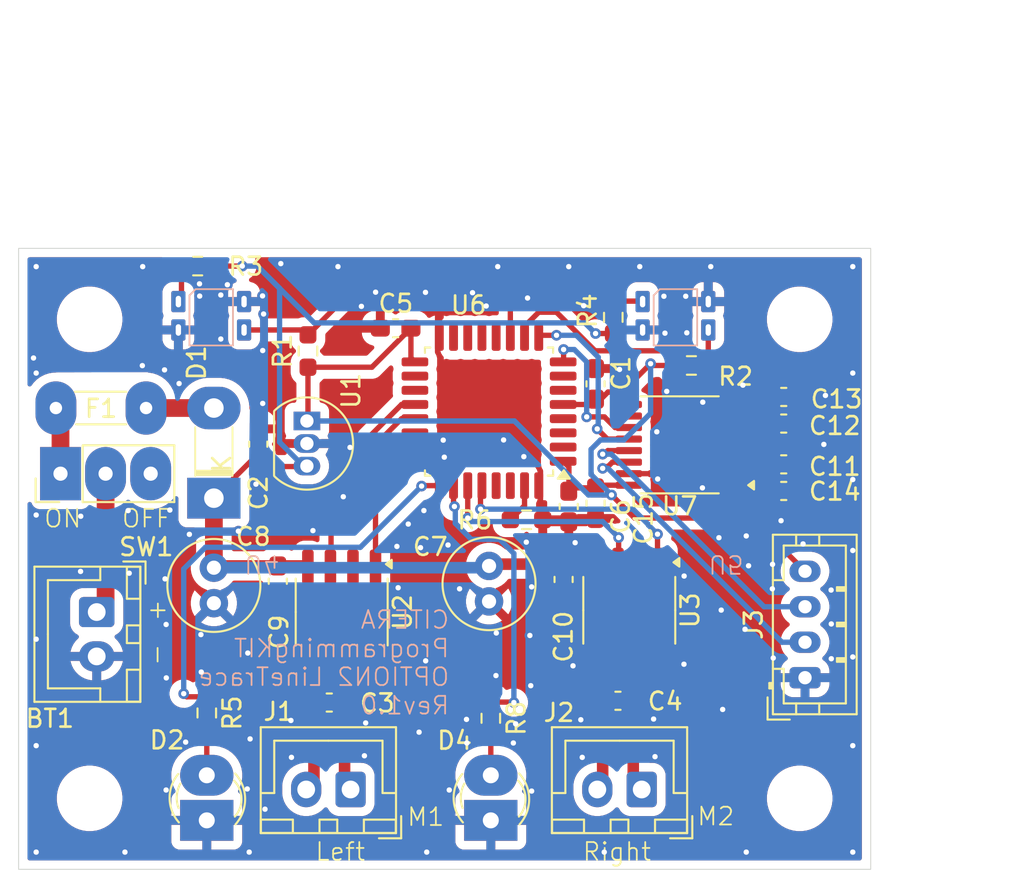
<source format=kicad_pcb>
(kicad_pcb (version 20241229) (generator "pcbnew") (generator_version "9.0")
  (layers (0 "F.Cu" signal) (2 "B.Cu" signal) (13 "F.Paste" user) (15 "B.Paste" user) (5 "F.SilkS" user "F.Silkscreen") (7 "B.SilkS" user "B.Silkscreen") (1 "F.Mask" user) (3 "B.Mask" user) (25 "Edge.Cuts" user))
  (net 0 "")
  (net 1 "+BATT")
  (net 2 "GND")
  (net 3 "+3.3V")
  (net 4 "+5V")
  (net 5 "Net-(J1-Pin_2)")
  (net 6 "Net-(J1-Pin_1)")
  (net 7 "Net-(J2-Pin_2)")
  (net 8 "Net-(J2-Pin_1)")
  (net 9 "Net-(D2-A)")
  (net 10 "Net-(D4-A)")
  (net 11 "Net-(SW1-A)")
  (net 12 "LINE_L1")
  (net 13 "Net-(U4-A)")
  (net 14 "Net-(U5-A)")
  (net 15 "LEDL1")
  (net 16 "LEDR1")
  (net 20 "M1_B")
  (net 21 "M1_A")
  (net 24 "M2_B")
  (net 25 "M2_A")
  (net 26 "Net-(U6-PB8{slash}BOOT0)")
  (net 39 "unconnected-(U6-PB1{slash}ADC9-Pad15)")
  (net 42 "LINE_R1")
  (net 43 "Net-(D1-A)")
  (net 44 "Net-(U7-C1-)")
  (net 45 "Net-(U7-C1+)")
  (net 46 "Net-(U7-C2-)")
  (net 47 "Net-(U7-C2+)")
  (net 48 "Net-(U7-VS-)")
  (net 49 "Net-(U7-VS+)")
  (net 50 "RX_RS232C")
  (net 51 "TX_RS232C")
  (net 57 "UART2_RX")
  (net 58 "UART2_TX")
  (footprint "Resistor_SMD:R_0603_1608Metric_Pad0.98x0.95mm_HandSolder" (layer "F.Cu") (at 143.6 69.1875 -90)
    (property "Reference" "R5")
    (property "Value" "1k")
  )
  (footprint "Connector_JST:JST_XH_B2B-XH-A_1x02_P2.50mm_Vertical" (layer "F.Cu") (at 168.1 73.5 180)
    (property "Reference" "J2")
    (property "Value" "M2")
  )
  (footprint "Capacitor_SMD:C_0603_1608Metric_Pad1.08x0.95mm_HandSolder" (layer "F.Cu") (at 176.1 52.875 180)
    (property "Reference" "C12")
    (property "Value" "0.1u")
  )
  (footprint "Capacitor_SMD:C_0603_1608Metric_Pad1.08x0.95mm_HandSolder" (layer "F.Cu") (at 147.6 61.7625 -90)
    (property "Reference" "C9")
    (property "Value" "0.1u")
  )
  (footprint "Capacitor_SMD:C_0603_1608Metric_Pad1.08x0.95mm_HandSolder" (layer "F.Cu") (at 165.5 57.3625 -90)
    (property "Reference" "C15")
    (property "Value" "0.1u")
  )
  (footprint "yuki_lib:D_DO-41_SOD81_P5.08mm_Vertical_KathodeUp" (layer "F.Cu") (at 144 57.08 90)
    (property "Reference" "D1")
    (property "Value" "D")
  )
  (footprint "yuki_lib:SOP-8_3.76x4.96mm_P1.27mm_ThermalPAD" (layer "F.Cu") (at 151.2 63.5 -90)
    (property "Reference" "U2")
    (property "Value" "AM1025EA")
  )
  (footprint "Connector_JST:JST_XH_B2B-XH-A_1x02_P2.50mm_Vertical" (layer "F.Cu") (at 151.7 73.5 180)
    (property "Reference" "J1")
    (property "Value" "M1")
  )
  (footprint "Resistor_SMD:R_0603_1608Metric_Pad0.98x0.95mm_HandSolder" (layer "F.Cu") (at 143.0875 44 180)
    (property "Reference" "R3")
    (property "Value" "220")
  )
  (footprint "Resistor_SMD:R_0603_1608Metric_Pad0.98x0.95mm_HandSolder" (layer "F.Cu") (at 166.5 46.8875 90)
    (property "Reference" "R4")
    (property "Value" "220")
  )
  (footprint "Capacitor_SMD:C_0603_1608Metric_Pad1.08x0.95mm_HandSolder" (layer "F.Cu") (at 146.5 54.0375 90)
    (property "Reference" "C2")
    (property "Value" "2.2u")
  )
  (footprint "yuki_lib:LED_D3.0mm" (layer "F.Cu") (at 143.6 75.24 90)
    (property "Reference" "D2")
    (property "Value" "LED")
  )
  (footprint "MountingHole:MountingHole_3.2mm_M3" (layer "F.Cu") (at 137 47)
    (property "Reference" "H2" (hide yes))
    (property "Value" "MountingHole" (hide yes))
  )
  (footprint "Capacitor_SMD:C_0603_1608Metric_Pad1.08x0.95mm_HandSolder" (layer "F.Cu") (at 150.5 68.6 180)
    (property "Reference" "C3")
    (property "Value" "0.1u")
  )
  (footprint "Capacitor_SMD:C_0603_1608Metric_Pad1.08x0.95mm_HandSolder" (layer "F.Cu") (at 176.1 56.675)
    (property "Reference" "C14")
    (property "Value" "0.1u")
  )
  (footprint "yuki_lib:LED_D3.0mm" (layer "F.Cu") (at 159.6 75.24 90)
    (property "Reference" "D4")
    (property "Value" "LED")
  )
  (footprint "Resistor_SMD:R_0603_1608Metric_Pad0.98x0.95mm_HandSolder" (layer "F.Cu") (at 159.6 69.4875 -90)
    (property "Reference" "R8")
    (property "Value" "1k")
  )
  (footprint "Connector_JST:JST_XH_B2B-XH-A_1x02_P2.50mm_Vertical" (layer "F.Cu") (at 137.4 63.5 -90)
    (property "Reference" "BT1")
    (property "Value" "Battery")
  )
  (footprint "Package_QFP:LQFP-32_7x7mm_P0.8mm" (layer "F.Cu") (at 159.5 52.2 180)
    (property "Reference" "U6")
    (property "Value" "CH32V203K8T6")
  )
  (footprint "Capacitor_SMD:C_0603_1608Metric_Pad1.08x0.95mm_HandSolder" (layer "F.Cu") (at 176.1 51.375)
    (property "Reference" "C13")
    (property "Value" "0.1u")
  )
  (footprint "Connector_JST:JST_PH_B4B-PH-K_1x04_P2.00mm_Vertical" (layer "F.Cu") (at 177.3 67.2 90)
    (property "Reference" "J3")
    (property "Value" "Conn_01x04")
  )
  (footprint "MountingHole:MountingHole_3.2mm_M3" (layer "F.Cu") (at 137 74)
    (property "Reference" "H3" (hide yes))
    (property "Value" "MountingHole" (hide yes))
  )
  (footprint "yuki_lib:SOP-8_3.76x4.96mm_P1.27mm_ThermalPAD" (layer "F.Cu") (at 167.4 63.4 -90)
    (property "Reference" "U3")
    (property "Value" "AM1025EA")
  )
  (footprint "Resistor_SMD:R_0603_1608Metric_Pad0.98x0.95mm_HandSolder" (layer "F.Cu") (at 170.9 49.6)
    (property "Reference" "R2")
    (property "Value" "30k")
  )
  (footprint "yuki_lib:R_1_6W" (layer "F.Cu") (at 135.1 52)
    (property "Reference" "F1")
    (property "Value" "Polyfuse")
  )
  (footprint "Capacitor_SMD:C_0603_1608Metric_Pad1.08x0.95mm_HandSolder" (layer "F.Cu") (at 154.2375 47.5 180)
    (property "Reference" "C5")
    (property "Value" "0.1u")
  )
  (footprint "Package_SO:TSSOP-16_4.4x5mm_P0.65mm" (layer "F.Cu") (at 170.2375 54.075 180)
    (property "Reference" "U7")
    (property "Value" "ICL3232")
  )
  (footprint "Capacitor_SMD:C_0603_1608Metric_Pad1.08x0.95mm_HandSolder" (layer "F.Cu") (at 163.99 57.55 -90)
    (property "Reference" "C6")
    (property "Value" "0.1u")
  )
  (footprint "Capacitor_THT:C_Radial_D5.0mm_H11.0mm_P2.00mm" (layer "F.Cu") (at 159.5 60.9 -90)
    (property "Reference" "C7")
    (property "Value" "100u16V_PX")
  )
  (footprint "Capacitor_SMD:C_0603_1608Metric_Pad1.08x0.95mm_HandSolder" (layer "F.Cu") (at 163.7 61.6625 -90)
    (property "Reference" "C10")
    (property "Value" "0.1u")
  )
  (footprint "Resistor_SMD:R_0603_1608Metric_Pad0.98x0.95mm_HandSolder" (layer "F.Cu") (at 149.3 48.7875 90)
    (property "Reference" "R1")
    (property "Value" "30k")
  )
  (footprint "yuki_lib:SW_SlideSW_3Pin_P2.54" (layer "F.Cu") (at 135.36 55.7 90)
    (property "Reference" "SW1")
    (property "Value" "SlideSW")
  )
  (footprint "MountingHole:MountingHole_3.2mm_M3" (layer "F.Cu") (at 177 74)
    (property "Reference" "H4" (hide yes))
    (property "Value" "MountingHole" (hide yes))
  )
  (footprint "MountingHole:MountingHole_3.2mm_M3" (layer "F.Cu") (at 177 47)
    (property "Reference" "H1" (hide yes))
    (property "Value" "MountingHole" (hide yes))
  )
  (footprint "Capacitor_SMD:C_0603_1608Metric_Pad1.08x0.95mm_HandSolder" (layer "F.Cu") (at 176.1 55.175 180)
    (property "Reference" "C11")
    (property "Value" "0.1u")
  )
  (footprint "Capacitor_SMD:C_0603_1608Metric_Pad1.08x0.95mm_HandSolder" (layer "F.Cu") (at 166.7625 68.5 180)
    (property "Reference" "C4")
    (property "Value" "0.1u")
  )
  (footprint "Capacitor_SMD:C_0603_1608Metric_Pad1.08x0.95mm_HandSolder" (layer "F.Cu") (at 165.5 50.6375 90)
    (property "Reference" "C1")
    (property "Value" "2.2u" (hide yes))
  )
  (footprint "Package_TO_SOT_THT:TO-92_Inline" (layer "F.Cu") (at 149.24 52.73 -90)
    (property "Reference" "U1")
    (property "Value" "LP2950-3.3_TO92")
  )
  (footprint "Resistor_SMD:R_0603_1608Metric_Pad0.98x0.95mm_HandSolder" (layer "F.Cu") (at 161.6125 58.3)
    (property "Reference" "R6")
    (property "Value" "10k")
  )
  (footprint "Capacitor_THT:C_Radial_D5.0mm_H11.0mm_P2.00mm" (layer "F.Cu") (at 144 61 -90)
    (property "Reference" "C8")
    (property "Value" "100u16V_PX")
  )
  (footprint "yuki_lib:LBR-123F" (layer "B.Cu") (at 168.15 46)
    (property "Reference" "U5")
    (property "Value" "LBR-123F")
  )
  (footprint "yuki_lib:LBR-123F" (layer "B.Cu") (at 142 46)
    (property "Reference" "U4")
    (property "Value" "LBR-123F")
  )
  (gr_rect (start 133 43) (end 181 78) (stroke (width 0.05)) (fill no) (layer "Edge.Cuts"))
  (gr_text "+" (at 140.16 63.91 0) (layer "F.SilkS") (effects (font (size 1 1) (thickness 0.1)) (justify left bottom)))
  (gr_text "M1" (at 154.82 75.63 0) (layer "F.SilkS") (effects (font (size 1 1) (thickness 0.1)) (justify left bottom)))
  (gr_text "Left" (at 149.65 77.59 0) (layer "F.SilkS") (effects (font (size 1 1) (thickness 0.1)) (justify left bottom)))
  (gr_text "Right" (at 164.71 77.59 0) (layer "F.SilkS") (effects (font (size 1 1) (thickness 0.1)) (justify left bottom)))
  (gr_text "ON   OFF" (at 134.37 58.81 0) (layer "F.SilkS") (effects (font (size 1 1) (thickness 0.1)) (justify left bottom)))
  (gr_text "-" (at 140.32 65.22 270) (layer "F.SilkS") (effects (font (size 1 1) (thickness 0.1)) (justify left bottom)))
  (gr_text "M2" (at 171.16 75.6 0) (layer "F.SilkS") (effects (font (size 1 1) (thickness 0.1)) (justify left bottom)))
  (gr_text "CITERA\nProgrammingKIT\nOPTION2 LineTrace\nRev1.0" (at 157.33 69.35 0) (layer "B.SilkS") (effects (font (size 1 1) (thickness 0.1)) (justify left bottom mirror)))
  (segment (start 137.9 63) (end 137.4 63.5) (width 1) (layer "F.Cu") (net 1))
  (segment (start 137.9 55.7) (end 137.9 63) (width 1) (layer "F.Cu") (net 1))
  (segment (start 167.4 63.4) (end 165.4 63.4) (width 0.65) (layer "F.Cu") (net 2))
  (segment (start 151.2 63.5) (end 149.5 63.5) (width 0.65) (layer "F.Cu") (net 2))
  (segment (start 166.765 64.035) (end 167.4 63.4) (width 0.65) (layer "F.Cu") (net 2))
  (segment (start 150.565 66.0375) (end 150.565 64.135) (width 0.65) (layer "F.Cu") (net 2))
  (segment (start 150.565 64.135) (end 151.2 63.5) (width 0.65) (layer "F.Cu") (net 2))
  (segment (start 149.5 63.5) (end 149 64) (width 0.65) (layer "F.Cu") (net 2))
  (segment (start 166.765 65.9375) (end 166.765 64.035) (width 0.65) (layer "F.Cu") (net 2))
  (segment (start 167.375 55.7) (end 168.7 55.7) (width 0.3) (layer "F.Cu") (net 2))
  (segment (start 169 56) (end 168.7 55.7) (width 0.3) (layer "F.Cu") (net 2))
  (segment (start 151.2 63.5) (end 153.5 63.5) (width 0.65) (layer "F.Cu") (net 2))
  (segment (start 165.4 63.4) (end 165 63) (width 0.65) (layer "F.Cu") (net 2))
  (segment (start 170.6 63.4) (end 171 63) (width 0.65) (layer "F.Cu") (net 2))
  (segment (start 153.5 63.5) (end 154 64) (width 0.65) (layer "F.Cu") (net 2))
  (segment (start 167.4 63.4) (end 170.6 63.4) (width 0.65) (layer "F.Cu") (net 2))
  (via (at 139.17 57.78) (size 0.6) (drill 0.3) (layers "F.Cu" "B.Cu") (net 2))
  (via (at 151.29 57) (size 0.6) (drill 0.3) (layers "F.Cu" "B.Cu") (net 2))
  (via (at 178.45 51.29) (size 0.6) (drill 0.3) (layers "F.Cu" "B.Cu") (net 2))
  (via (at 146.37 56.29) (size 0.6) (drill 0.3) (layers "F.Cu" "B.Cu") (net 2))
  (via (at 136.49 61.21) (size 0.6) (drill 0.3) (layers "F.Cu" "B.Cu") (net 2))
  (via (at 157.26 73.53) (size 0.6) (drill 0.3) (layers "F.Cu" "B.Cu") (net 2))
  (via (at 156.98 54.77) (size 0.6) (drill 0.3) (layers "F.Cu" "B.Cu") (net 2))
  (via (at 144.39 48.11) (size 0.6) (drill 0.3) (layers "F.Cu" "B.Cu") (net 2))
  (via (at 150.99 44.03) (size 0.6) (drill 0.3) (layers "F.Cu" "B.Cu") (net 2))
  (via (at 175.51 66.09) (size 0.6) (drill 0.3) (layers "F.Cu" "B.Cu") (net 2))
  (via (at 174.12 60.89) (size 0.6) (drill 0.3) (layers "F.Cu" "B.Cu") (net 2))
  (via (at 146.88 74.61) (size 0.6) (drill 0.3) (layers "F.Cu" "B.Cu") (net 2))
  (via (at 155.56 70.27) (size 0.6) (drill 0.3) (layers "F.Cu" "B.Cu") (net 2))
  (via (at 159.99 44.03) (size 0.6) (drill 0.3) (layers "F.Cu" "B.Cu") (net 2))
  (via (at 168.95 53.34) (size 0.6) (drill 0.3) (layers "F.Cu" "B.Cu") (net 2))
  (via (at 152.55 69.75) (size 0.6) (drill 0.3) (layers "F.Cu" "B.Cu") (net 2))
  (via (at 141.52 57.75) (size 0.6) (drill 0.3) (layers "F.Cu" "B.Cu") (net 2))
  (via (at 155.83 57.78) (size 0.6) (drill 0.3) (layers "F.Cu" "B.Cu") (net 2))
  (via (at 169.41 47.78) (size 0.6) (drill 0.3) (layers "F.Cu" "B.Cu") (net 2))
  (via (at 161.6 59.56) (size 0.6) (drill 0.3) (layers "F.Cu" "B.Cu") (net 2))
  (via (at 153.11 45.47) (size 0.6) (drill 0.3) (layers "F.Cu" "B.Cu") (net 2))
  (via (at 165.99 77.03) (size 0.6) (drill 0.3) (layers "F.Cu" "B.Cu") (net 2))
  (via (at 161.9 62.08) (size 0.6) (drill 0.3) (layers "F.Cu" "B.Cu") (net 2))
  (via (at 158.57 45.5) (size 0.6) (drill 0.3) (layers "F.Cu" "B.Cu") (net 2))
  (via (at 141.31 73.53) (size 0.6) (drill 0.3) (layers "F.Cu" "B.Cu") (net 2))
  (via (at 172.58 63.39) (size 0.6) (drill 0.3) (layers "F.Cu" "B.Cu") (net 2))
  (via (at 142.62 59.12) (size 0.6) (drill 0.3) (layers "F.Cu" "B.Cu") (net 2))
  (via (at 139.99 44.03) (size 0.6) (drill 0.3) (layers "F.Cu" "B.Cu") (net 2))
  (via (at 133.99 44.03) (size 0.6) (drill 0.3) (layers "F.Cu" "B.Cu") (net 2))
  (via (at 168.77 69.53) (size 0.6) (drill 0.3) (layers "F.Cu" "B.Cu") (net 2))
  (via (at 166.85 49.825) (size 0.6) (drill 0.3) (layers "F.Cu" "B.Cu") (net 2))
  (via (at 146.75 51.74) (size 0.6) (drill 0.3) (layers "F.Cu" "B.Cu") (net 2))
  (via (at 155.93 66.25) (size 0.6) (drill 0.3) (layers "F.Cu" "B.Cu") (net 2))
  (via (at 169.35 45.7) (size 0.6) (drill 0.3) (layers "F.Cu" "B.Cu") (net 2))
  (via (at 175.95 58.35) (size 0.6) (drill 0.3) (layers "F.Cu" "B.Cu") (net 2))
  (via (at 143.29 66.88) (size 0.6) (drill 0.3) (layers "F.Cu" "B.Cu") (net 2))
  (via (at 154.38 62.13) (size 0.6) (drill 0.3) (layers "F.Cu" "B.Cu") (net 2))
  (via (at 142.41 70.83) (size 0.6) (drill 0.3) (layers "F.Cu" "B.Cu") (net 2))
  (via (at 169 56) (size 0.6) (drill 0.3) (layers "F.Cu" "B.Cu") (net 2))
  (via (at 164.67 69.57) (size 0.6) (drill 0.3) (layers "F.Cu" "B.Cu") (net 2))
  (via (at 178.78 66.13) (size 0.6) (drill 0.3) (layers "F.Cu" "B.Cu") (net 2))
  (via (at 144.76 45.05) (size 0.6) (drill 0.3) (layers "F.Cu" "B.Cu") (net 2))
  (via (at 161.8 64.82) (size 0.6) (drill 0.3) (layers "F.Cu" "B.Cu") (net 2))
  (via (at 170.48 66.44) (size 0.6) (drill 0.3) (layers "F.Cu" "B.Cu") (net 2))
  (via (at 163.99 44.03) (size 0.6) (drill 0.3) (layers "F.Cu" "B.Cu") (net 2))
  (via (at 169.51 51.06) (size 0.6) (drill 0.3) (layers "F.Cu" "B.Cu") (net 2))
  (via (at 161 69.8) (size 0.6) (drill 0.3) (layers "F.Cu" "B.Cu") (net 2))
  (via (at 143.27 64.77) (size 0.6) (drill 0.3) (layers "F.Cu" "B.Cu") (net 2))
  (via (at 172.66 68.99) (size 0.6) (drill 0.3) (layers "F.Cu" "B.Cu") (net 2))
  (via (at 179.99 77.03) (size 0.6) (drill 0.3) (layers "F.Cu" "B.Cu") (net 2))
  (via (at 157.19 59.72) (size 0.6) (drill 0.3) (layers "F.Cu" "B.Cu") (net 2))
  (via (at 179.99 50.03) (size 0.6) (drill 0.3) (layers "F.Cu" "B.Cu") (net 2))
  (via (at 164.23 66.53) (size 0.6) (drill 0.3) (layers "F.Cu" "B.Cu") (net 2))
  (via (at 159.91 64.68) (size 0.6) (drill 0.3) (layers "F.Cu" "B.Cu") (net 2))
  (via (at 155.92 45.48) (size 0.6) (drill 0.3) (layers "F.Cu" "B.Cu") (net 2))
  (via (at 146.75 48.76) (size 0.6) (drill 0.3) (layers "F.Cu" "B.Cu") (net 2))
  (via (at 179.99 60.03) (size 0.6) (drill 0.3) (layers "F.Cu" "B.Cu") (net 2))
  (via (at 161.46 54.74) (size 0.6) (drill 0.3) (layers "F.Cu" "B.Cu") (net 2))
  (via (at 133.99 65.03) (size 0.6) (drill 0.3) (layers "F.Cu" "B.Cu") (net 2))
  (via (at 154.95 58.54) (size 0.6) (drill 0.3) (layers "F.Cu" "B.Cu") (net 2))
  (via (at 148.34 69.61) (size 0.6) (drill 0.3) (layers "F.Cu" "B.Cu") (net 2))
  (via (at 179.99 71.03) (size 0.6) (drill 0.3) (layers "F.Cu" "B.Cu") (net 2))
  (via (at 152.48 71.6) (size 0.6) (drill 0.3) (layers "F.Cu" "B.Cu") (net 2))
  (via (at 178.78 64.17) (size 0.6) (drill 0.3) (layers "F.Cu" "B.Cu") (net 2))
  (via (at 133.99 77.03) (size 0.6) (drill 0.3) (layers "F.Cu" "B.Cu") (net 2))
  (via (at 133.99 50.03) (size 0.6) (drill 0.3) (layers "F.Cu" "B.Cu") (net 2))
  (via (at 159.89 67.08) (size 0.6) (drill 0.3) (layers "F.Cu" "B.Cu") (net 2))
  (via (at 145.88 73.47) (size 0.6) (drill 0.3) (layers "F.Cu" "B.Cu") (net 2))
  (via (at 155.64 59.87) (size 0.6) (drill 0.3) (layers "F.Cu" "B.Cu") (net 2))
  (via (at 138.99 77.03) (size 0.6) (drill 0.3) (layers "F.Cu" "B.Cu") (net 2))
  (via (at 164.75 71.69) (size 0.6) (drill 0.3) (layers "F.Cu" "B.Cu") (net 2))
  (via (at 167.99 44.03) (size 0.6) (drill 0.3) (layers "F.Cu" "B.Cu") (net 2))
  (via (at 173.8 50.71) (size 0.6) (drill 0.3) (layers "F.Cu" "B.Cu") (net 2))
  (via (at 145.38 58.94) (size 0.6) (drill 0.3) (layers "F.Cu" "B.Cu") (net 2))
  (via (at 179.99 56.03) (size 0.6) (drill 0.3) (layers "F.Cu" "B.Cu") (net 2))
  (via (at 141.22 49.85) (size 0.6) (drill 0.3) (layers "F.Cu" "B.Cu") (net 2))
  (via (at 168.85 71.65) (size 0.6) (drill 0.3) (layers "F.Cu" "B.Cu") (net 2))
  (via (at 175.47 60.81) (size 0.6) (drill 0.3) (layers "F.Cu" "B.Cu") (net 2))
  (via (at 161.9 73.59) (size 0.6) (drill 0.3) (layers "F.Cu" "B.Cu") (net 2))
  (via (at 157.84 62.19) (size 0.6) (drill 0.3) (layers "F.Cu" "B.Cu") (net 2))
  (via (at 179.99 66.03) (size 0.6) (drill 0.3) (layers "F.Cu" "B.Cu") (net 2))
  (via (at 158.23 69.55) (size 0.6) (drill 0.3) (layers "F.Cu" "B.Cu") (net 2))
  (via (at 173.92 64.47) (size 0.6) (drill 0.3) (layers "F.Cu" "B.Cu") (net 2))
  (via (at 164.83 46.23) (size 0.6) (drill 0.3) (layers "F.Cu" "B.Cu") (net 2))
  (via (at 141.32 67.21) (size 0.6) (drill 0.3) (layers "F.Cu" "B.Cu") (net 2))
  (via (at 141.31 64.2) (size 0.6) (drill 0.3) (layers "F.Cu" "B.Cu") (net 2))
  (via (at 133.99 58.03) (size 0.6) (drill 0.3) (layers "F.Cu" "B.Cu") (net 2))
  (via (at 156.92 53.81) (size 0.6) (drill 0.3) (layers "F.Cu" "B.Cu") (net 2))
  (via (at 145.91 65.81) (size 0.6) (drill 0.3) (layers "F.Cu" "B.Cu") (net 2))
  (via (at 148.37 71.69) (size 0.6) (drill 0.3) (layers "F.Cu" "B.Cu") (net 2))
  (via (at 149.58 58.91) (size 0.6) (drill 0.3) (layers "F.Cu" "B.Cu") (net 2))
  (via (at 145.99 77.03) (size 0.6) (drill 0.3) (layers "F.Cu" "B.Cu") (net 2))
  (via (at 160.87 70.88) (size 0.6) (drill 0.3) (layers "F.Cu" "B.Cu") (net 2))
  (via (at 170.58 45.7) (size 0.6) (drill 0.3) (layers "F.Cu" "B.Cu") (net 2))
  (via (at 164.35 59.59) (size 0.6) (drill 0.3) (layers "F.Cu" "B.Cu") (net 2))
  (via (at 172.45 59.31) (size 0.6) (drill 0.3) (layers "F.Cu" "B.Cu") (net 2))
  (via (at 170.64 47.76) (size 0.6) (drill 0.3) (layers "F.Cu" "B.Cu") (net 2))
  (via (at 171.54 51.67) (size 0.6) (drill 0.3) (layers "F.Cu" "B.Cu") (net 2))
  (via (at 178.36 54.05) (size 0.6) (drill 0.3) (layers "F.Cu" "B.Cu") (net 2))
  (via (at 171.52 56.5) (size 0.6) (drill 0.3) (layers "F.Cu" "B.Cu") (net 2))
  (via (at 177.19 59.66) (size 0.6) (drill 0.3) (layers "F.Cu" "B.Cu") (net 2))
  (via (at 170.49 61.47) (size 0.6) (drill 0.3) (layers "F.Cu" "B.Cu") (net 2))
  (via (at 178.77 62.26) (size 0.6) (drill 0.3) (layers "F.Cu" "B.Cu") (net 2))
  (via (at 143.19 45) (size 0.6) (drill 0.3) (layers "F.Cu" "B.Cu") (net 2))
  (via (at 160.32 53.8) (size 0.6) (drill 0.3) (layers "F.Cu" "B.Cu") (net 2))
  (via (at 161.85 67.65) (size 0.6) (drill 0.3) (layers "F.Cu" "B.Cu") (net 2))
  (via (at 155.99 77.03) (size 0.6) (drill 0.3) (layers "F.Cu" "B.Cu") (net 2))
  (via (at 159.34 46.25) (size 0.6) (drill 0.3) (layers "F.Cu" "B.Cu") (net 2))
  (via (at 158.25 70.88) (size 0.6) (drill 0.3) (layers "F.Cu" "B.Cu") (net 2))
  (via (at 173.99 59.21) (size 0.6) (drill 0.3) (layers "F.Cu" "B.Cu") (net 2))
  (via (at 175.46 62.19) (size 0.6) (drill 0.3) (layers "F.Cu" "B.Cu") (net 2))
  (via (at 151.67 54.22) (size 0.6) (drill 0.3) (layers "F.Cu" "B.Cu") (net 2))
  (via (at 144.39 45.63) (size 0.6) (drill 0.3) (layers "F.Cu" "B.Cu") (net 2))
  (via (at 152.31 46.27) (size 0.6) (drill 0.3) (layers "F.Cu" "B.Cu") (net 2))
  (via (at 147.77 43.86) (size 0.6) (drill 0.3) (layers "F.Cu" "B.Cu") (net 2))
  (via (at 179.99 44.03) (size 0.6) (drill 0.3) (layers "F.Cu" "B.Cu") (net 2))
  (via (at 161.67 45.8) (size 0.6) (drill 0.3) (layers "F.Cu" "B.Cu") (net 2))
  (via (at 133.84 49.18) (size 0.6) (drill 0.3) (layers "F.Cu" "B.Cu") (net 2))
  (via (at 133.99 71.03) (size 0.6) (drill 0.3) (layers "F.Cu" "B.Cu") (net 2))
  (via (at 146.04 70.65) (size 0.6) (drill 0.3) (layers "F.Cu" "B.Cu") (net 2))
  (via (at 136.5 58.1) (size 0.6) (drill 0.3) (layers "F.Cu" "B.Cu") (net 2))
  (via (at 139.97 49.61) (size 0.6) (drill 0.3) (layers "F.Cu" "B.Cu") (net 2))
  (via (at 171.99 44.03) (size 0.6) (drill 0.3) (layers "F.Cu" "B.Cu") (net 2))
  (via (at 141.25 61.63) (size 0.6) (drill 0.3) (layers "F.Cu" "B.Cu") (net 2))
  (via (at 142.04 50.62) (size 0.6) (drill 0.3) (layers "F.Cu" "B.Cu") (net 2))
  (via (at 139.23 61.31) (size 0.6) (drill 0.3) (layers "F.Cu" "B.Cu") (net 2))
  (via (at 146.74 45.68) (size 0.6) (drill 0.3) (layers "F.Cu" "B.Cu") (net 2))
  (via (at 173.99 77.03) (size 0.6) (drill 0.3) (layers "F.Cu" "B.Cu") (net 2))
  (via (at 146.8 46.7) (size 0.6) (drill 0.3) (layers "F.Cu" "B.Cu") (net 2))
  (via (at 143.2 45.69) (size 0.6) (drill 0.3) (layers "F.Cu" "B.Cu") (net 2))
  (via (at 154.31 59.8) (size 0.6) (drill 0.3) (layers "F.Cu" "B.Cu") (net 2))
  (segment (start 149.3 52.67) (end 149.24 52.73) (width 0.3) (layer "F.Cu") (net 3))
  (segment (start 164 55.325) (end 164 56.6775) (width 0.3) (layer "F.Cu") (net 3))
  (segment (start 155.1 49.175) (end 155.325 49.4) (width 0.3) (layer "F.Cu") (net 3))
  (segment (start 152.9 49.7) (end 154.2 48.4) (width 0.3) (layer "F.Cu") (net 3))
  (segment (start 163.675 55) (end 164 55.325) (width 0.3) (layer "F.Cu") (net 3))
  (segment (start 149.3 49.7) (end 149.3 52.67) (width 0.3) (layer "F.Cu") (net 3))
  (segment (start 168.7 49.6) (end 168.6 49.5) (width 0.3) (layer "F.Cu") (net 3))
  (segment (start 167.375 56.35) (end 165.65 56.35) (width 0.3) (layer "F.Cu") (net 3))
  (segment (start 166.4 56.9) (end 165.9 56.9) (width 0.3) (layer "F.Cu") (net 3))
  (segment (start 165.8 51.5) (end 165.5 51.5) (width 0.3) (layer "F.Cu") (net 3))
  (segment (start 167.7 58.2) (end 174.3 58.2) (width 0.3) (layer "F.Cu") (net 3))
  (segment (start 165.5 51.5) (end 165.2 51.8) (width 0.3) (layer "F.Cu") (net 3))
  (segment (start 163.99 56.6875) (end 164.1775 56.5) (width 0.3) (layer "F.Cu") (net 3))
  (segment (start 154.2 48.4) (end 155.1 47.5) (width 0.3) (layer "F.Cu") (net 3))
  (segment (start 165.9 56.9) (end 165.5 56.5) (width 0.3) (layer "F.Cu") (net 3))
  (segment (start 164 56.6775) (end 163.99 56.6875) (width 0.3) (layer "F.Cu") (net 3))
  (segment (start 167 51.1) (end 166.2 51.1) (width 0.3) (layer "F.Cu") (net 3))
  (segment (start 166.2 51.1) (end 165.8 51.5) (width 0.3) (layer "F.Cu") (net 3))
  (segment (start 165.65 56.35) (end 165.5 56.5) (width 0.3) (layer "F.Cu") (net 3))
  (segment (start 155.1 47.5) (end 155.1 49.175) (width 0.3) (layer "F.Cu") (net 3))
  (segment (start 174.3 58.2) (end 177.3 61.2) (width 0.3) (layer "F.Cu") (net 3))
  (segment (start 168.6 49.5) (end 167 51.1) (width 0.3) (layer "F.Cu") (net 3))
  (segment (start 149.3 49.7) (end 152.9 49.7) (width 0.3) (layer "F.Cu") (net 3))
  (segment (start 165.2 51.8) (end 163.675 51.8) (width 0.3) (layer "F.Cu") (net 3))
  (segment (start 166.4 56.9) (end 167.7 58.2) (width 0.3) (layer "F.Cu") (net 3))
  (segment (start 169.9875 49.6) (end 168.7 49.6) (width 0.3) (layer "F.Cu") (net 3))
  (segment (start 164.1775 56.5) (end 165.5 56.5) (width 0.3) (layer "F.Cu") (net 3))
  (via (at 166.4 56.9) (size 0.6) (drill 0.3) (layers "F.Cu" "B.Cu") (net 3))
  (via (at 168.6 49.5) (size 0.6) (drill 0.3) (layers "F.Cu" "B.Cu") (net 3))
  (segment (start 165.249 55.670654) (end 165.249 55.749) (width 0.3) (layer "B.Cu") (net 3))
  (segment (start 165.248 54.330343) (end 165.248 55.669654) (width 0.3) (layer "B.Cu") (net 3))
  (segment (start 168.6 49.5) (end 168.6 52.3) (width 0.3) (layer "B.Cu") (net 3))
  (segment (start 160.93 52.73) (end 149.24 52.73) (width 0.3) (layer "B.Cu") (net 3))
  (segment (start 166.4 56.9) (end 165.1 56.9) (width 0.3) (layer "B.Cu") (net 3))
  (segment (start 167.1 53.8) (end 165.778343 53.8) (width 0.3) (layer "B.Cu") (net 3))
  (segment (start 165.1 56.9) (end 160.93 52.73) (width 0.3) (layer "B.Cu") (net 3))
  (segment (start 165.248 55.669654) (end 165.249 55.670654) (width 0.3) (layer "B.Cu") (net 3))
  (segment (start 168.6 52.3) (end 167.1 53.8) (width 0.3) (layer "B.Cu") (net 3))
  (segment (start 165.249 55.749) (end 166.4 56.9) (width 0.3) (layer "B.Cu") (net 3))
  (segment (start 165.778343 53.8) (end 165.248 54.330343) (width 0.3) (layer "B.Cu") (net 3))
  (segment (start 144.1 60.9) (end 144 61) (width 0.65) (layer "F.Cu") (net 4))
  (segment (start 146.9 55.3) (end 149.21 55.3) (width 0.3) (layer "F.Cu") (net 4))
  (segment (start 163.7 60.8) (end 159.6 60.8) (width 0.65) (layer "F.Cu") (net 4))
  (segment (start 147.6 60.9) (end 149.2325 60.9) (width 0.65) (layer "F.Cu") (net 4))
  (segment (start 145.6 44) (end 144 44) (width 0.3) (layer "F.Cu") (net 4))
  (segment (start 159.6 60.8) (end 159.5 60.9) (width 0.65) (layer "F.Cu") (net 4))
  (segment (start 146.18 54.9) (end 144 57.08) (width 0.3) (layer "F.Cu") (net 4))
  (segment (start 146.5 54.9) (end 146.18 54.9) (width 0.3) (layer "F.Cu") (net 4))
  (segment (start 166.5 47.8) (end 165.5 47.8) (width 0.3) (layer "F.Cu") (net 4))
  (segment (start 146.5 54.9) (end 146.9 55.3) (width 0.3) (layer "F.Cu") (net 4))
  (segment (start 144 57.08) (end 144 61) (width 1) (layer "F.Cu") (net 4))
  (segment (start 163.7 60.8) (end 165.4325 60.8) (width 0.65) (layer "F.Cu") (net 4))
  (segment (start 165.4325 60.8) (end 165.495 60.8625) (width 0.65) (layer "F.Cu") (net 4))
  (segment (start 149.2325 60.9) (end 149.295 60.9625) (width 0.65) (layer "F.Cu") (net 4))
  (segment (start 147.6 60.9) (end 144.1 60.9) (width 0.65) (layer "F.Cu") (net 4))
  (segment (start 149.21 55.3) (end 149.24 55.27) (width 0.3) (layer "F.Cu") (net 4))
  (via (at 165.5 47.8) (size 0.6) (drill 0.3) (layers "F.Cu" "B.Cu") (net 4))
  (via (at 145.6 44) (size 0.6) (drill 0.3) (layers "F.Cu" "B.Cu") (net 4))
  (segment (start 159.4 61) (end 159.5 60.9) (width 0.65) (layer "B.Cu") (net 4))
  (segment (start 149.65 47.2) (end 146.45 44) (width 0.3) (layer "B.Cu") (net 4))
  (segment (start 147.7 45.25) (end 147.7 53.923851) (width 0.3) (layer "B.Cu") (net 4))
  (segment (start 164.9 47.2) (end 149.65 47.2) (width 0.3) (layer "B.Cu") (net 4))
  (segment (start 146.45 44) (end 147.7 45.25) (width 0.3) (layer "B.Cu") (net 4))
  (segment (start 147.7 53.923851) (end 149.046149 55.27) (width 0.3) (layer "B.Cu") (net 4))
  (segment (start 165.5 47.8) (end 164.9 47.2) (width 0.3) (layer "B.Cu") (net 4))
  (segment (start 149.046149 55.27) (end 149.24 55.27) (width 0.3) (layer "B.Cu") (net 4))
  (segment (start 144 61) (end 159.4 61) (width 0.65) (layer "B.Cu") (net 4))
  (segment (start 146.45 44) (end 145.6 44) (width 0.3) (layer "B.Cu") (net 4))
  (segment (start 149.295 68.2575) (end 149.6375 68.6) (width 0.65) (layer "F.Cu") (net 5))
  (segment (start 149.6375 73.0625) (end 149.2 73.5) (width 0.65) (layer "F.Cu") (net 5))
  (segment (start 149.295 66.0375) (end 149.295 68.2575) (width 0.65) (layer "F.Cu") (net 5))
  (segment (start 149.6375 68.6) (end 149.6375 73.0625) (width 0.65) (layer "F.Cu") (net 5))
  (segment (start 151.3625 73.1625) (end 151.7 73.5) (width 0.65) (layer "F.Cu") (net 6))
  (segment (start 151.835 68.1275) (end 151.3625 68.6) (width 0.65) (layer "F.Cu") (net 6))
  (segment (start 151.835 66.0375) (end 151.835 68.1275) (width 0.65) (layer "F.Cu") (net 6))
  (segment (start 151.3625 68.6) (end 151.3625 73.1625) (width 0.65) (layer "F.Cu") (net 6))
  (segment (start 165.495 68.095) (end 165.9 68.5) (width 0.65) (layer "F.Cu") (net 7))
  (segment (start 165.495 65.9375) (end 165.495 68.095) (width 0.65) (layer "F.Cu") (net 7))
  (segment (start 165.9 73.2) (end 165.6 73.5) (width 0.65) (layer "F.Cu") (net 7))
  (segment (start 165.9 68.5) (end 165.9 73.2) (width 0.65) (layer "F.Cu") (net 7))
  (segment (start 168.035 68.09) (end 167.625 68.5) (width 0.65) (layer "F.Cu") (net 8))
  (segment (start 167.625 73.025) (end 168.1 73.5) (width 0.65) (layer "F.Cu") (net 8))
  (segment (start 167.625 68.5) (end 167.625 73.025) (width 0.65) (layer "F.Cu") (net 8))
  (segment (start 168.035 65.9375) (end 168.035 68.09) (width 0.65) (layer "F.Cu") (net 8))
  (segment (start 143.6 72.7) (end 143.6 70.1) (width 0.3) (layer "F.Cu") (net 9))
  (segment (start 159.6 70.4) (end 159.6 72.7) (width 0.3) (layer "F.Cu") (net 10))
  (segment (start 135.36 52.26) (end 135.1 52) (width 1) (layer "F.Cu") (net 11))
  (segment (start 135.36 55.7) (end 135.36 52.26) (width 1) (layer "F.Cu") (net 11))
  (segment (start 158.99963 44.5) (end 160.7 46.20037) (width 0.3) (layer "F.Cu") (net 12))
  (segment (start 160.7 46.20037) (end 160.7 48.025) (width 0.3) (layer "F.Cu") (net 12))
  (segment (start 149.025 47.6) (end 149.3 47.875) (width 0.3) (layer "F.Cu") (net 12))
  (segment (start 145.7 47.6) (end 149.025 47.6) (width 0.3) (layer "F.Cu") (net 12))
  (segment (start 152.675 44.5) (end 158.99963 44.5) (width 0.3) (layer "F.Cu") (net 12))
  (segment (start 149.3 47.875) (end 152.675 44.5) (width 0.3) (layer "F.Cu") (net 12))
  (segment (start 142.175 45.825) (end 142 46) (width 0.3) (layer "F.Cu") (net 13))
  (segment (start 142.175 44) (end 142.175 45.825) (width 0.3) (layer "F.Cu") (net 13))
  (segment (start 166.5 45.975) (end 168.125 45.975) (width 0.3) (layer "F.Cu") (net 14))
  (segment (start 168.125 45.975) (end 168.15 46) (width 0.3) (layer "F.Cu") (net 14))
  (segment (start 155.725 56.375) (end 155.7 56.4) (width 0.3) (layer "F.Cu") (net 15))
  (segment (start 156.7 56.375) (end 155.725 56.375) (width 0.3) (layer "F.Cu") (net 15))
  (segment (start 143.6 68.275) (end 142.475 68.275) (width 0.3) (layer "F.Cu") (net 15))
  (segment (start 142.475 68.275) (end 142.3 68.1) (width 0.3) (layer "F.Cu") (net 15))
  (via (at 155.7 56.4) (size 0.6) (drill 0.3) (layers "F.Cu" "B.Cu") (net 15))
  (via (at 142.3 68.1) (size 0.6) (drill 0.3) (layers "F.Cu" "B.Cu") (net 15))
  (segment (start 152.251 59.849) (end 143.52324 59.849) (width 0.3) (layer "B.Cu") (net 15))
  (segment (start 155.7 56.4) (end 152.251 59.849) (width 0.3) (layer "B.Cu") (net 15))
  (segment (start 143.52324 59.849) (end 142.3 61.07224) (width 0.3) (layer "B.Cu") (net 15))
  (segment (start 142.3 61.07224) (end 142.3 68.1) (width 0.3) (layer "B.Cu") (net 15))
  (segment (start 160.875 68.575) (end 160.9 68.6) (width 0.3) (layer "F.Cu") (net 16))
  (segment (start 157.5 57.5) (end 157.5 56.375) (width 0.3) (layer "F.Cu") (net 16))
  (segment (start 157.55 57.55) (end 157.5 57.5) (width 0.3) (layer "F.Cu") (net 16))
  (segment (start 159.6 68.575) (end 160.875 68.575) (width 0.3) (layer "F.Cu") (net 16))
  (via (at 157.55 57.55) (size 0.6) (drill 0.3) (layers "F.Cu" "B.Cu") (net 16))
  (via (at 160.9 68.6) (size 0.6) (drill 0.3) (layers "F.Cu" "B.Cu") (net 16))
  (segment (start 160.1 59.4) (end 160.9 60.2) (width 0.3) (layer "B.Cu") (net 16))
  (segment (start 157.55 57.55) (end 157.6 57.6) (width 0.3) (layer "B.Cu") (net 16))
  (segment (start 157.6 58.5) (end 158.5 59.4) (width 0.3) (layer "B.Cu") (net 16))
  (segment (start 157.6 57.6) (end 157.6 58.5) (width 0.3) (layer "B.Cu") (net 16))
  (segment (start 158.5 59.4) (end 160.1 59.4) (width 0.3) (layer "B.Cu") (net 16))
  (segment (start 160.9 60.2) (end 160.9 68.6) (width 0.3) (layer "B.Cu") (net 16))
  (segment (start 150.6 59.1) (end 150.6 60.9275) (width 0.3) (layer "F.Cu") (net 20))
  (segment (start 150.6 60.9275) (end 150.565 60.9625) (width 0.3) (layer "F.Cu") (net 20))
  (segment (start 152.604 53.862481) (end 152.604 57.096) (width 0.3) (layer "F.Cu") (net 20))
  (segment (start 155.325 51.8) (end 154.575001 51.8) (width 0.3) (layer "F.Cu") (net 20))
  (segment (start 152.7 53.675001) (end 152.7 53.766481) (width 0.3) (layer "F.Cu") (net 20))
  (segment (start 152.7 53.766481) (end 152.604 53.862481) (width 0.3) (layer "F.Cu") (net 20))
  (segment (start 154.575001 51.8) (end 152.7 53.675001) (width 0.3) (layer "F.Cu") (net 20))
  (segment (start 152.604 57.096) (end 150.6 59.1) (width 0.3) (layer "F.Cu") (net 20))
  (segment (start 155.325 52.6) (end 154.575001 52.6) (width 0.3) (layer "F.Cu") (net 21))
  (segment (start 154.575001 52.6) (end 153.105 54.070001) (width 0.3) (layer "F.Cu") (net 21))
  (segment (start 153.105 54.070001) (end 153.105 60.9625) (width 0.3) (layer "F.Cu") (net 21))
  (segment (start 166.8 60.8275) (end 166.765 60.8625) (width 0.3) (layer "F.Cu") (net 24))
  (segment (start 158.3 58.2) (end 158.3 56.375) (width 0.3) (layer "F.Cu") (net 24))
  (segment (start 166.8 59.3) (end 166.8 60.8275) (width 0.3) (layer "F.Cu") (net 24))
  (via (at 166.8 59.3) (size 0.6) (drill 0.3) (layers "F.Cu" "B.Cu") (net 24))
  (via (at 158.3 58.2) (size 0.6) (drill 0.3) (layers "F.Cu" "B.Cu") (net 24))
  (segment (start 165.9 58.4) (end 166.8 59.3) (width 0.3) (layer "B.Cu") (net 24))
  (segment (start 158.3 58.2) (end 158.5 58.4) (width 0.3) (layer "B.Cu") (net 24))
  (segment (start 158.5 58.4) (end 165.9 58.4) (width 0.3) (layer "B.Cu") (net 24))
  (segment (start 159.018219 57.7) (end 159.018219 56.456781) (width 0.3) (layer "F.Cu") (net 25))
  (segment (start 159.018219 56.456781) (end 159.1 56.375) (width 0.3) (layer "F.Cu") (net 25))
  (segment (start 168.99038 59.10962) (end 168.99038 60.54788) (width 0.3) (layer "F.Cu") (net 25))
  (segment (start 168.99038 60.54788) (end 169.305 60.8625) (width 0.3) (layer "F.Cu") (net 25))
  (via (at 168.99038 59.10962) (size 0.6) (drill 0.3) (layers "F.Cu" "B.Cu") (net 25))
  (via (at 159.018219 57.7) (size 0.6) (drill 0.3) (layers "F.Cu" "B.Cu") (net 25))
  (segment (start 168.48076 58.6) (end 168.99038 59.10962) (width 0.3) (layer "B.Cu") (net 25))
  (segment (start 168.48076 58.573012) (end 168.48076 58.6) (width 0.3) (layer "B.Cu") (net 25))
  (segment (start 167.607748 57.7) (end 168.48076 58.573012) (width 0.3) (layer "B.Cu") (net 25))
  (segment (start 159.018219 57.7) (end 167.607748 57.7) (width 0.3) (layer "B.Cu") (net 25))
  (segment (start 161.5 57.5) (end 160.7 58.3) (width 0.3) (layer "F.Cu") (net 26))
  (segment (start 161.5 56.375) (end 161.5 57.5) (width 0.3) (layer "F.Cu") (net 26))
  (segment (start 157.5875 47.9375) (end 157.5 48.025) (width 0.3) (layer "F.Cu") (net 39))
  (segment (start 171.85 49.5625) (end 171.8125 49.6) (width 0.3) (layer "F.Cu") (net 42))
  (segment (start 161.5 48.025) (end 161.5 47.39837) (width 0.3) (layer "F.Cu") (net 42))
  (segment (start 171.85 47.6) (end 171.85 49.5625) (width 0.3) (layer "F.Cu") (net 42))
  (segment (start 161.5 47.39837) (end 162.29837 46.6) (width 0.3) (layer "F.Cu") (net 42))
  (segment (start 170.9865 48.774) (end 171.8125 49.6) (width 0.3) (layer "F.Cu") (net 42))
  (segment (start 163.3 46.6) (end 165.474 48.774) (width 0.3) (layer "F.Cu") (net 42))
  (segment (start 165.474 48.774) (end 170.9865 48.774) (width 0.3) (layer "F.Cu") (net 42))
  (segment (start 162.29837 46.6) (end 163.3 46.6) (width 0.3) (layer "F.Cu") (net 42))
  (segment (start 140.18 52) (end 144 52) (width 1) (layer "F.Cu") (net 43))
  (segment (start 175.1125 55.05) (end 175.2375 55.175) (width 0.3) (layer "F.Cu") (net 44))
  (segment (start 173.1 55.05) (end 175.1125 55.05) (width 0.3) (layer "F.Cu") (net 44))
  (segment (start 174.226 57.476) (end 175.77749 57.476) (width 0.25) (layer "F.Cu") (net 45))
  (segment (start 175.77749 57.476) (end 176.1 57.15349) (width 0.25) (layer "F.Cu") (net 45))
  (segment (start 173.1 56.35) (end 174.226 57.476) (width 0.25) (layer "F.Cu") (net 45))
  (segment (start 176.1 56.0375) (end 176.9625 55.175) (width 0.25) (layer "F.Cu") (net 45))
  (segment (start 176.1 57.15349) (end 176.1 56.0375) (width 0.25) (layer "F.Cu") (net 45))
  (segment (start 175.2375 52.875) (end 174.3625 53.75) (width 0.3) (layer "F.Cu") (net 46))
  (segment (start 174.3625 53.75) (end 173.1 53.75) (width 0.3) (layer "F.Cu") (net 46))
  (segment (start 176.9625 52.875) (end 175.5365 54.301) (width 0.3) (layer "F.Cu") (net 47))
  (segment (start 173.199 54.301) (end 173.1 54.4) (width 0.3) (layer "F.Cu") (net 47))
  (segment (start 175.5365 54.301) (end 173.199 54.301) (width 0.3) (layer "F.Cu") (net 47))
  (segment (start 174.349 52.2635) (end 175.2375 51.375) (width 0.3) (layer "F.Cu") (net 48))
  (segment (start 173.1 53.1) (end 173.837499 53.1) (width 0.3) (layer "F.Cu") (net 48))
  (segment (start 174.349 52.588499) (end 174.349 52.2635) (width 0.3) (layer "F.Cu") (net 48))
  (segment (start 173.837499 53.1) (end 174.349 52.588499) (width 0.3) (layer "F.Cu") (net 48))
  (segment (start 175.2375 56.675) (end 174.2625 55.7) (width 0.3) (layer "F.Cu") (net 49))
  (segment (start 174.2625 55.7) (end 173.1 55.7) (width 0.3) (layer "F.Cu") (net 49))
  (segment (start 165.899 54.599997) (end 165.989003 54.599997) (width 0.3) (layer "F.Cu") (net 50))
  (segment (start 166.189 54.4) (end 167.375 54.4) (width 0.3) (layer "F.Cu") (net 50))
  (segment (start 165.989003 54.599997) (end 166.189 54.4) (width 0.3) (layer "F.Cu") (net 50))
  (via (at 165.899 54.599997) (size 0.6) (drill 0.3) (layers "F.Cu" "B.Cu") (net 50))
  (segment (start 174.989 63.2) (end 177.3 63.2) (width 0.3) (layer "B.Cu") (net 50))
  (segment (start 165.899 54.599997) (end 166.388997 54.599997) (width 0.3) (layer "B.Cu") (net 50))
  (segment (start 166.388997 54.599997) (end 174.989 63.2) (width 0.3) (layer "B.Cu") (net 50))
  (segment (start 166.2 55.3) (end 166.45 55.05) (width 0.3) (layer "F.Cu") (net 51))
  (segment (start 165.899 55.4) (end 165.999 55.3) (width 0.3) (layer "F.Cu") (net 51))
  (segment (start 165.999 55.3) (end 166.2 55.3) (width 0.3) (layer "F.Cu") (net 51))
  (segment (start 166.45 55.05) (end 167.375 55.05) (width 0.3) (layer "F.Cu") (net 51))
  (via (at 165.899 55.4) (size 0.6) (drill 0.3) (layers "F.Cu" "B.Cu") (net 51))
  (segment (start 176 65.2) (end 177.3 65.2) (width 0.3) (layer "B.Cu") (net 51))
  (segment (start 165.899 55.4) (end 166.2 55.4) (width 0.3) (layer "B.Cu") (net 51))
  (segment (start 166.2 55.4) (end 176 65.2) (width 0.3) (layer "B.Cu") (net 51))
  (segment (start 166.166205 53.75) (end 165.593146 53.176941) (width 0.3) (layer "F.Cu") (net 57))
  (segment (start 163.3 47.9) (end 162.425 47.9) (width 0.3) (layer "F.Cu") (net 57))
  (segment (start 167.375 53.75) (end 166.166205 53.75) (width 0.3) (layer "F.Cu") (net 57))
  (segment (start 162.425 47.9) (end 162.3 48.025) (width 0.3) (layer "F.Cu") (net 57))
  (via (at 165.593146 53.176941) (size 0.6) (drill 0.3) (layers "F.Cu" "B.Cu") (net 57))
  (via (at 163.3 47.9) (size 0.6) (drill 0.3) (layers "F.Cu" "B.Cu") (net 57))
  (segment (start 164.420654 47.9) (end 163.3 47.9) (width 0.3) (layer "B.Cu") (net 57))
  (segment (start 165.651 53.119087) (end 165.651 49.130346) (width 0.3) (layer "B.Cu") (net 57))
  (segment (start 165.651 49.130346) (end 164.420654 47.9) (width 0.3) (layer "B.Cu") (net 57))
  (segment (start 165.593146 53.176941) (end 165.651 53.119087) (width 0.3) (layer "B.Cu") (net 57))
  (segment (start 166.6 53.1) (end 166 52.5) (width 0.3) (layer "F.Cu") (net 58))
  (segment (start 166 52.5) (end 165 52.5) (width 0.3) (layer "F.Cu") (net 58))
  (segment (start 163.7 49.375) (end 163.675 49.4) (width 0.3) (layer "F.Cu") (net 58))
  (segment (start 167.375 53.1) (end 166.6 53.1) (width 0.3) (layer "F.Cu") (net 58))
  (segment (start 163.7 48.7) (end 163.7 49.375) (width 0.3) (layer "F.Cu") (net 58))
  (via (at 165 52.5) (size 0.6) (drill 0.3) (layers "F.Cu" "B.Cu") (net 58))
  (via (at 163.7 48.7) (size 0.6) (drill 0.3) (layers "F.Cu" "B.Cu") (net 58))
  (segment (start 164.3 48.7) (end 165 49.4) (width 0.3) (layer "B.Cu") (net 58))
  (segment (start 165 49.4) (end 165 52.5) (width 0.3) (layer "B.Cu") (net 58))
  (segment (start 163.7 48.7) (end 164.3 48.7) (width 0.3) (layer "B.Cu") (net 58))
  (zone (net 0) (net_name "") (layer "F.Cu") (connect_pads (clearance 0)) (min_thickness 0.25)
    (keepout (tracks allowed) (vias allowed) (pads allowed) (copperpour not_allowed) (footprints allowed))
    (fill (thermal_gap 0.5) (thermal_bridge_width 0.5))
    (polygon (pts (xy 155.94 57.09) (xy 153.54 59.48) (xy 153.49 53.95)))
  )
  (zone (net 0) (net_name "") (layer "F.Cu") (connect_pads (clearance 0)) (min_thickness 0.25)
    (keepout (tracks allowed) (vias allowed) (pads allowed) (copperpour not_allowed) (footprints allowed))
    (fill (thermal_gap 0.5) (thermal_bridge_width 0.5))
    (polygon (pts (xy 178.01 53.02) (xy 177.99 54.93) (xy 176.44 54.56)))
  )
  (zone (net 2) (net_name "GND") (layers "F.Cu" "B.Cu") (connect_pads (clearance 0.5)) (min_thickness 0.25) (fill yes (thermal_gap 0.5) (thermal_bridge_width 0.5))
    (polygon (pts (xy 133 43) (xy 181 43) (xy 181 78) (xy 133 78)))
  )
  (zone (net 0) (net_name "") (layers "F.Cu" "B.Cu") (connect_pads (clearance 0)) (min_thickness 0.25)
    (keepout (tracks allowed) (vias allowed) (pads allowed) (copperpour not_allowed) (footprints allowed))
    (fill (thermal_gap 0.5) (thermal_bridge_width 0.5))
    (polygon (pts (xy 135.14 49.99) (xy 140.24 49.98) (xy 139.7 54.07) (xy 136.11 54.05) (xy 136.08 54.03)))
  )
  (zone (net 0) (net_name "") (layer "B.Cu") (connect_pads (clearance 0)) (min_thickness 0.25)
    (keepout (tracks allowed) (vias allowed) (pads allowed) (copperpour not_allowed) (footprints allowed))
    (fill (thermal_gap 0.5) (thermal_bridge_width 0.5))
    (polygon (pts (xy 168.57 53.01) (xy 168.57 56.36) (xy 166.54 54.53)))
  )
  (zone (net 0) (net_name "") (layer "B.Cu") (connect_pads (clearance 0)) (min_thickness 0.25)
    (keepout (tracks allowed) (vias allowed) (pads allowed) (copperpour not_allowed) (footprints allowed))
    (fill (thermal_gap 0.5) (thermal_bridge_width 0.5))
    (polygon (pts (xy 156.96 57.04) (xy 158.19 55.34) (xy 163.06 55.34) (xy 164.41 57.21)))
  )
  (zone (net 0) (net_name "") (layer "B.Cu") (connect_pads (clearance 0)) (min_thickness 0.25)
    (keepout (tracks allowed) (vias allowed) (pads allowed) (copperpour not_allowed) (footprints allowed))
    (fill (thermal_gap 0.5) (thermal_bridge_width 0.5))
    (polygon (pts (xy 141.81 51.89) (xy 146.03 51.93) (xy 145.97 55.91) (xy 141.31 55.71)))
  )
)
</source>
